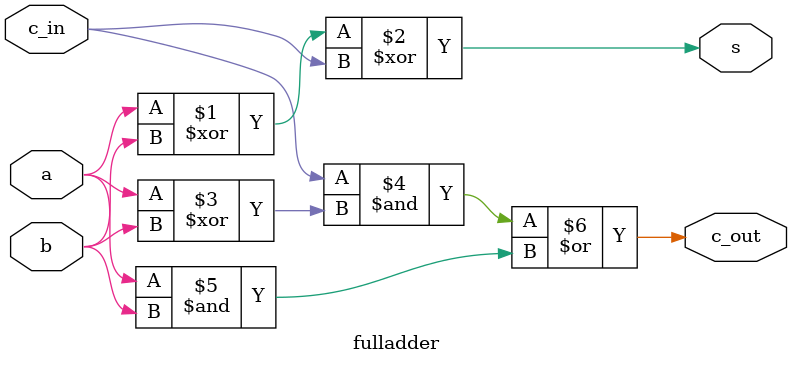
<source format=v>
`timescale 1ns / 1ps


module fulladder(
    input a, b, c_in,
    output s, c_out
);

assign s = a^b^c_in;
assign c_out = (c_in&(a^b))|(a&b);

endmodule
</source>
